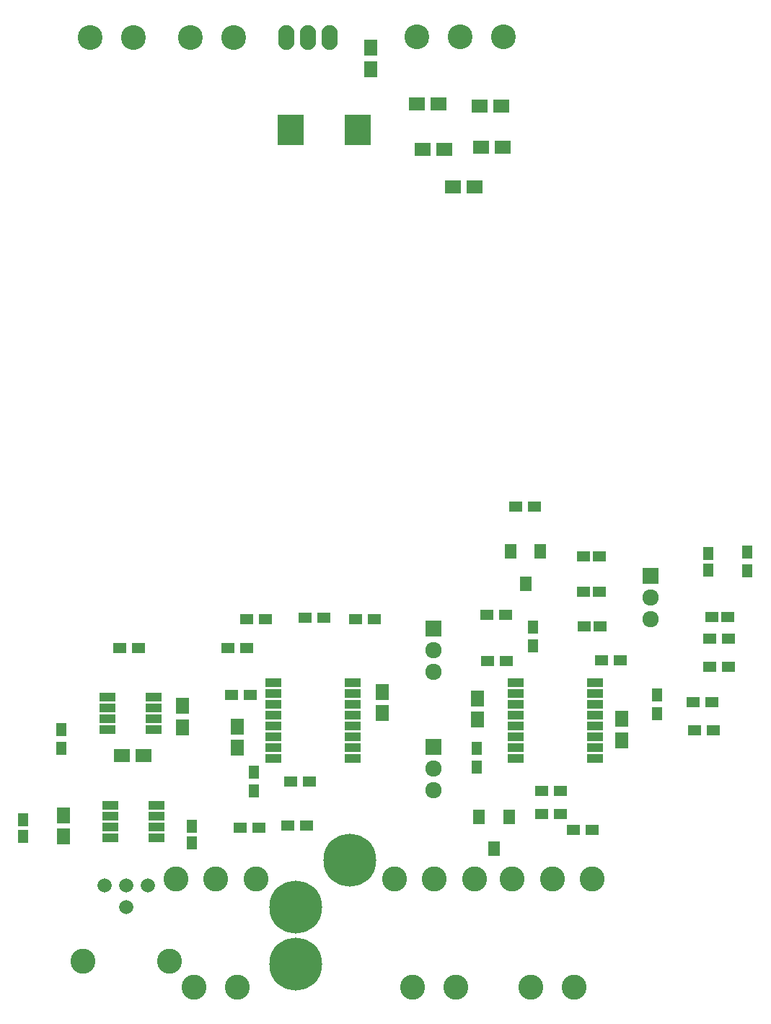
<source format=gbr>
G04 #@! TF.FileFunction,Soldermask,Top*
%FSLAX46Y46*%
G04 Gerber Fmt 4.6, Leading zero omitted, Abs format (unit mm)*
G04 Created by KiCad (PCBNEW 4.0.2-stable) date 1/6/2017 6:18:40 PM*
%MOMM*%
G01*
G04 APERTURE LIST*
%ADD10C,0.100000*%
%ADD11R,1.600000X1.300000*%
%ADD12R,1.950000X1.000000*%
%ADD13R,1.900000X1.650000*%
%ADD14R,1.600000X1.150000*%
%ADD15R,1.650000X1.900000*%
%ADD16R,1.150000X1.600000*%
%ADD17C,2.940000*%
%ADD18C,1.670000*%
%ADD19O,1.901140X2.899360*%
%ADD20R,1.300000X1.600000*%
%ADD21R,3.100000X3.600000*%
%ADD22C,6.200000*%
%ADD23R,1.400000X1.700000*%
%ADD24R,1.900000X1.000000*%
%ADD25C,2.910000*%
%ADD26C,1.924000*%
%ADD27R,1.924000X1.924000*%
G04 APERTURE END LIST*
D10*
D11*
X79164000Y-133096000D03*
X81364000Y-133096000D03*
D12*
X64991000Y-146050000D03*
X64991000Y-147320000D03*
X64991000Y-148590000D03*
X64991000Y-149860000D03*
X70391000Y-149860000D03*
X70391000Y-148590000D03*
X70391000Y-147320000D03*
X70391000Y-146050000D03*
D13*
X100985000Y-63754000D03*
X103485000Y-63754000D03*
X108351000Y-64008000D03*
X110851000Y-64008000D03*
X108478000Y-68834000D03*
X110978000Y-68834000D03*
D14*
X135575000Y-123952000D03*
X137475000Y-123952000D03*
D13*
X101620000Y-69088000D03*
X104120000Y-69088000D03*
X105176000Y-73533000D03*
X107676000Y-73533000D03*
D15*
X59436000Y-147213000D03*
X59436000Y-149713000D03*
D16*
X54737000Y-147767000D03*
X54737000Y-149667000D03*
D15*
X73406000Y-136886000D03*
X73406000Y-134386000D03*
D13*
X68814000Y-140208000D03*
X66314000Y-140208000D03*
D15*
X95504000Y-59670000D03*
X95504000Y-57170000D03*
D16*
X74549000Y-148529000D03*
X74549000Y-150429000D03*
D14*
X120589000Y-125095000D03*
X122489000Y-125095000D03*
X120462000Y-121031000D03*
X122362000Y-121031000D03*
X120462000Y-116840000D03*
X122362000Y-116840000D03*
D15*
X96901000Y-132735000D03*
X96901000Y-135235000D03*
X79883000Y-136799000D03*
X79883000Y-139299000D03*
X124968000Y-138410000D03*
X124968000Y-135910000D03*
X108077000Y-133497000D03*
X108077000Y-135997000D03*
D17*
X61722000Y-164338000D03*
X71882000Y-164338000D03*
D18*
X66802000Y-157988000D03*
X66802000Y-155448000D03*
X69342000Y-155448000D03*
X64262000Y-155448000D03*
D19*
X88138000Y-56007000D03*
X85598000Y-56007000D03*
X90678000Y-56007000D03*
D11*
X80180000Y-148717000D03*
X82380000Y-148717000D03*
X85768000Y-148463000D03*
X87968000Y-148463000D03*
X133393000Y-133985000D03*
X135593000Y-133985000D03*
D20*
X129159000Y-133139000D03*
X129159000Y-135339000D03*
D11*
X137498000Y-126492000D03*
X135298000Y-126492000D03*
X135720000Y-137287000D03*
X133520000Y-137287000D03*
X137498000Y-129794000D03*
X135298000Y-129794000D03*
X68283000Y-127635000D03*
X66083000Y-127635000D03*
D16*
X135128000Y-116525000D03*
X135128000Y-118425000D03*
D21*
X86093000Y-66802000D03*
X93993000Y-66802000D03*
D11*
X80983000Y-127635000D03*
X78783000Y-127635000D03*
X80942000Y-124206000D03*
X83142000Y-124206000D03*
X111336000Y-123698000D03*
X109136000Y-123698000D03*
X90000000Y-124079000D03*
X87800000Y-124079000D03*
D20*
X81788000Y-142156000D03*
X81788000Y-144356000D03*
D11*
X95969000Y-124206000D03*
X93769000Y-124206000D03*
D20*
X114554000Y-127338000D03*
X114554000Y-125138000D03*
D11*
X88349000Y-143256000D03*
X86149000Y-143256000D03*
X109263000Y-129159000D03*
X111463000Y-129159000D03*
X112565000Y-110998000D03*
X114765000Y-110998000D03*
X122598000Y-129032000D03*
X124798000Y-129032000D03*
D20*
X107950000Y-139362000D03*
X107950000Y-141562000D03*
D11*
X117813000Y-147066000D03*
X115613000Y-147066000D03*
X121496000Y-148971000D03*
X119296000Y-148971000D03*
X115613000Y-144399000D03*
X117813000Y-144399000D03*
D20*
X59182000Y-137203000D03*
X59182000Y-139403000D03*
X139700000Y-116375000D03*
X139700000Y-118575000D03*
D22*
X93081000Y-152519000D03*
X86736000Y-158019000D03*
X86736000Y-164719000D03*
D17*
X77343000Y-154686000D03*
X72644000Y-154686000D03*
X82042000Y-154686000D03*
X74803000Y-167386000D03*
X79883000Y-167386000D03*
X102997000Y-154686000D03*
X98298000Y-154686000D03*
X107696000Y-154686000D03*
X100457000Y-167386000D03*
X105537000Y-167386000D03*
D23*
X108257400Y-147380800D03*
X111757400Y-147380800D03*
X110007400Y-151180800D03*
X111940400Y-116265800D03*
X115440400Y-116265800D03*
X113690400Y-120065800D03*
D17*
X116840000Y-154686000D03*
X112141000Y-154686000D03*
X121539000Y-154686000D03*
X114300000Y-167386000D03*
X119380000Y-167386000D03*
D24*
X84123000Y-131699000D03*
X84123000Y-132969000D03*
X84123000Y-134239000D03*
X84123000Y-135509000D03*
X84123000Y-136779000D03*
X84123000Y-138049000D03*
X84123000Y-139319000D03*
X84123000Y-140589000D03*
X93423000Y-140589000D03*
X93423000Y-139319000D03*
X93423000Y-138049000D03*
X93423000Y-136779000D03*
X93423000Y-135509000D03*
X93423000Y-134239000D03*
X93423000Y-132969000D03*
X93423000Y-131699000D03*
X112571000Y-131699000D03*
X112571000Y-132969000D03*
X112571000Y-134239000D03*
X112571000Y-135509000D03*
X112571000Y-136779000D03*
X112571000Y-138049000D03*
X112571000Y-139319000D03*
X112571000Y-140589000D03*
X121871000Y-140589000D03*
X121871000Y-139319000D03*
X121871000Y-138049000D03*
X121871000Y-136779000D03*
X121871000Y-135509000D03*
X121871000Y-134239000D03*
X121871000Y-132969000D03*
X121871000Y-131699000D03*
D25*
X100934000Y-55872000D03*
X106014000Y-55872000D03*
X111094000Y-55872000D03*
D12*
X64610000Y-133350000D03*
X64610000Y-134620000D03*
X64610000Y-135890000D03*
X64610000Y-137160000D03*
X70010000Y-137160000D03*
X70010000Y-135890000D03*
X70010000Y-134620000D03*
X70010000Y-133350000D03*
D26*
X102870000Y-130429000D03*
X102870000Y-127889000D03*
D27*
X102870000Y-125349000D03*
D26*
X102870000Y-144272000D03*
X102870000Y-141732000D03*
D27*
X102870000Y-139192000D03*
D26*
X128397000Y-124206000D03*
X128397000Y-121666000D03*
D27*
X128397000Y-119126000D03*
D25*
X62580000Y-55999000D03*
X67660000Y-55999000D03*
X74391000Y-55999000D03*
X79471000Y-55999000D03*
M02*

</source>
